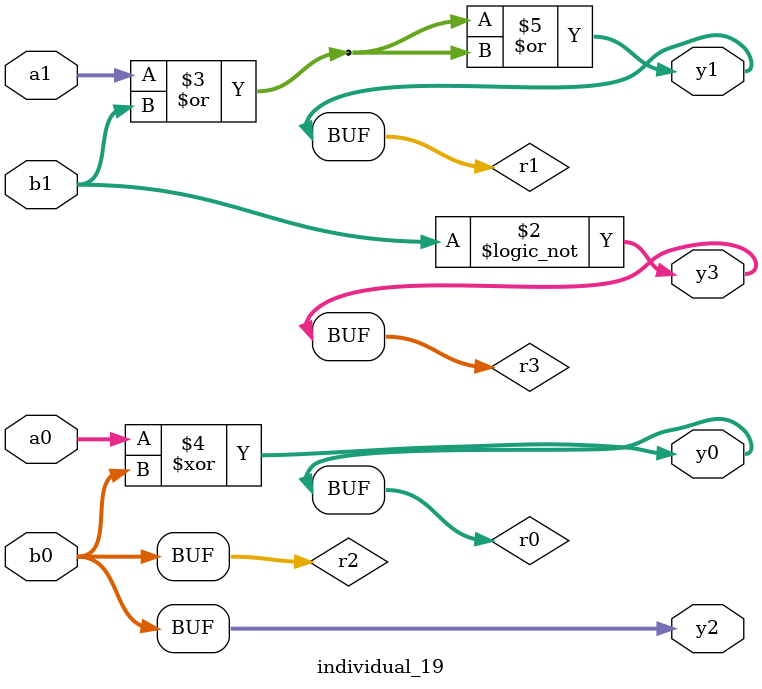
<source format=sv>
module individual_19(input logic [15:0] a1, input logic [15:0] a0, input logic [15:0] b1, input logic [15:0] b0, output logic [15:0] y3, output logic [15:0] y2, output logic [15:0] y1, output logic [15:0] y0);
logic [15:0] r0, r1, r2, r3; 
 always@(*) begin 
	 r0 = a0; r1 = a1; r2 = b0; r3 = b1; 
 	 r3 = ! r3 ;
 	 r1  |=  b1 ;
 	 r0  ^=  r2 ;
 	 r1  |=  r1 ;
 	 y3 = r3; y2 = r2; y1 = r1; y0 = r0; 
end
endmodule
</source>
